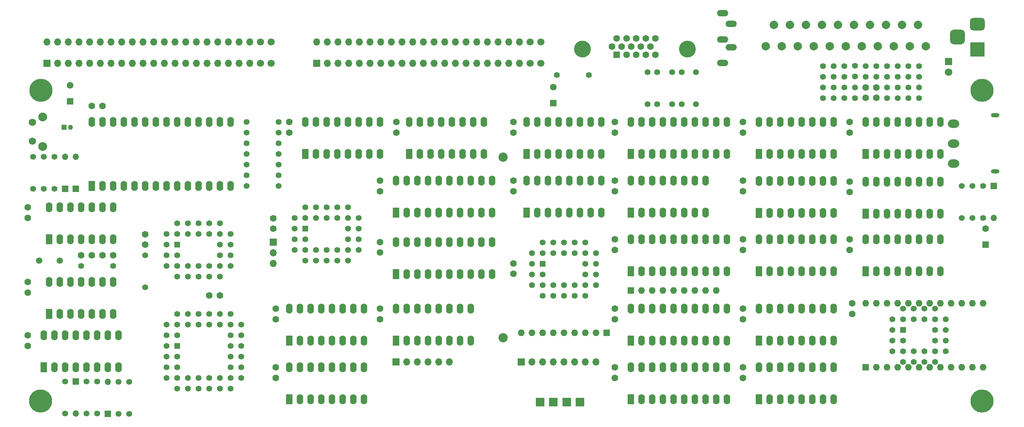
<source format=gbr>
%TF.GenerationSoftware,KiCad,Pcbnew,8.0.6*%
%TF.CreationDate,2025-01-18T12:45:16+00:00*%
%TF.ProjectId,v2b,7632622e-6b69-4636-9164-5f7063625858,rev?*%
%TF.SameCoordinates,Original*%
%TF.FileFunction,Soldermask,Top*%
%TF.FilePolarity,Negative*%
%FSLAX46Y46*%
G04 Gerber Fmt 4.6, Leading zero omitted, Abs format (unit mm)*
G04 Created by KiCad (PCBNEW 8.0.6) date 2025-01-18 12:45:16*
%MOMM*%
%LPD*%
G01*
G04 APERTURE LIST*
G04 Aperture macros list*
%AMRoundRect*
0 Rectangle with rounded corners*
0 $1 Rounding radius*
0 $2 $3 $4 $5 $6 $7 $8 $9 X,Y pos of 4 corners*
0 Add a 4 corners polygon primitive as box body*
4,1,4,$2,$3,$4,$5,$6,$7,$8,$9,$2,$3,0*
0 Add four circle primitives for the rounded corners*
1,1,$1+$1,$2,$3*
1,1,$1+$1,$4,$5*
1,1,$1+$1,$6,$7*
1,1,$1+$1,$8,$9*
0 Add four rect primitives between the rounded corners*
20,1,$1+$1,$2,$3,$4,$5,0*
20,1,$1+$1,$4,$5,$6,$7,0*
20,1,$1+$1,$6,$7,$8,$9,0*
20,1,$1+$1,$8,$9,$2,$3,0*%
G04 Aperture macros list end*
%ADD10C,1.600000*%
%ADD11R,1.600000X1.600000*%
%ADD12O,1.600000X1.600000*%
%ADD13R,1.422400X1.422400*%
%ADD14C,1.422400*%
%ADD15R,1.600000X2.400000*%
%ADD16O,1.600000X2.400000*%
%ADD17R,3.500000X3.500000*%
%ADD18RoundRect,0.750000X-1.000000X0.750000X-1.000000X-0.750000X1.000000X-0.750000X1.000000X0.750000X0*%
%ADD19RoundRect,0.875000X-0.875000X0.875000X-0.875000X-0.875000X0.875000X-0.875000X0.875000X0.875000X0*%
%ADD20C,4.000000*%
%ADD21C,1.400000*%
%ADD22R,1.200000X1.200000*%
%ADD23C,1.200000*%
%ADD24R,1.500000X1.500000*%
%ADD25O,1.500000X1.500000*%
%ADD26C,5.500000*%
%ADD27C,2.100000*%
%ADD28C,1.750000*%
%ADD29R,1.700000X1.700000*%
%ADD30O,1.700000X1.700000*%
%ADD31O,2.000000X1.000000*%
%ADD32O,2.700000X2.000000*%
%ADD33R,2.000000X2.000000*%
%ADD34C,1.998980*%
%ADD35C,2.200000*%
%ADD36R,1.800000X1.800000*%
%ADD37C,1.800000*%
%ADD38C,1.700000*%
%ADD39O,2.700000X1.500000*%
%ADD40C,1.500000*%
G04 APERTURE END LIST*
D10*
%TO.C,Cd11*%
X100965000Y-127020000D03*
X100965000Y-129520000D03*
%TD*%
D11*
%TO.C,U20*%
X241300000Y-127010000D03*
D12*
X243840000Y-127010000D03*
X246380000Y-127010000D03*
X248920000Y-127010000D03*
X251460000Y-127010000D03*
X254000000Y-127010000D03*
X256540000Y-127010000D03*
X259080000Y-127010000D03*
X261620000Y-127010000D03*
X264160000Y-127010000D03*
X266700000Y-127010000D03*
X269240000Y-127010000D03*
X269240000Y-111770000D03*
X266700000Y-111770000D03*
X264160000Y-111770000D03*
X261620000Y-111770000D03*
X259080000Y-111770000D03*
X256540000Y-111770000D03*
X254000000Y-111770000D03*
X251460000Y-111770000D03*
X248920000Y-111770000D03*
X246380000Y-111770000D03*
X243840000Y-111770000D03*
X241300000Y-111770000D03*
%TD*%
D13*
%TO.C,U5*%
X107950000Y-93980000D03*
D14*
X105410000Y-96520000D03*
X107950000Y-96520000D03*
X105410000Y-99060000D03*
X107950000Y-101600000D03*
X107950000Y-99060000D03*
X110490000Y-101600000D03*
X110490000Y-99060000D03*
X113030000Y-101600000D03*
X113030000Y-99060000D03*
X115570000Y-101600000D03*
X115570000Y-99060000D03*
X118110000Y-101600000D03*
X120650000Y-99060000D03*
X118110000Y-99060000D03*
X120650000Y-96520000D03*
X118110000Y-96520000D03*
X120650000Y-93980000D03*
X118110000Y-93980000D03*
X120650000Y-91440000D03*
X118110000Y-88900000D03*
X118110000Y-91440000D03*
X115570000Y-88900000D03*
X115570000Y-91440000D03*
X113030000Y-88900000D03*
X113030000Y-91440000D03*
X110490000Y-88900000D03*
X110490000Y-91440000D03*
X107950000Y-88900000D03*
X105410000Y-91440000D03*
X107950000Y-91440000D03*
X105410000Y-93980000D03*
%TD*%
D10*
%TO.C,Cd4*%
X125730000Y-97155000D03*
X125730000Y-99655000D03*
%TD*%
%TO.C,C5*%
X243840000Y-62825000D03*
X243840000Y-60325000D03*
%TD*%
%TO.C,Cd28*%
X212090000Y-82550000D03*
X212090000Y-85050000D03*
%TD*%
D15*
%TO.C,U19*%
X241300000Y-76200000D03*
D16*
X243840000Y-76200000D03*
X246380000Y-76200000D03*
X248920000Y-76200000D03*
X251460000Y-76200000D03*
X254000000Y-76200000D03*
X256540000Y-76200000D03*
X259080000Y-76200000D03*
X259080000Y-68580000D03*
X256540000Y-68580000D03*
X254000000Y-68580000D03*
X251460000Y-68580000D03*
X248920000Y-68580000D03*
X246380000Y-68580000D03*
X243840000Y-68580000D03*
X241300000Y-68580000D03*
%TD*%
D17*
%TO.C,J3*%
X267857500Y-51300000D03*
D18*
X267857500Y-45300000D03*
D19*
X263157500Y-48300000D03*
%TD*%
D20*
%TO.C,J7*%
X198890000Y-51181000D03*
X173890000Y-51181000D03*
D11*
X182075000Y-52601000D03*
D10*
X184365000Y-52601000D03*
X186655000Y-52601000D03*
X188945000Y-52601000D03*
X191235000Y-52601000D03*
X180930000Y-50621000D03*
X183220000Y-50621000D03*
X185510000Y-50621000D03*
X187800000Y-50621000D03*
X190090000Y-50621000D03*
X182075000Y-48641000D03*
X184365000Y-48641000D03*
X186655000Y-48641000D03*
X188945000Y-48641000D03*
X191235000Y-48641000D03*
%TD*%
D21*
%TO.C,R25*%
X236220000Y-55245000D03*
X236220000Y-57785000D03*
%TD*%
%TO.C,R10*%
X93980000Y-76200000D03*
X101600000Y-76200000D03*
%TD*%
D15*
%TO.C,U18*%
X241300000Y-90407000D03*
D16*
X243840000Y-90407000D03*
X246380000Y-90407000D03*
X248920000Y-90407000D03*
X251460000Y-90407000D03*
X254000000Y-90407000D03*
X256540000Y-90407000D03*
X259080000Y-90407000D03*
X259080000Y-82787000D03*
X256540000Y-82787000D03*
X254000000Y-82787000D03*
X251460000Y-82787000D03*
X248920000Y-82787000D03*
X246380000Y-82787000D03*
X243840000Y-82787000D03*
X241300000Y-82787000D03*
%TD*%
D10*
%TO.C,Cd32*%
X212090000Y-127000000D03*
X212090000Y-129500000D03*
%TD*%
D21*
%TO.C,R7*%
X54610000Y-102870000D03*
X62230000Y-102870000D03*
%TD*%
D22*
%TO.C,C1*%
X50570000Y-69850000D03*
D23*
X52070000Y-69850000D03*
%TD*%
D21*
%TO.C,R11*%
X93980000Y-73660000D03*
X101600000Y-73660000D03*
%TD*%
%TO.C,R16*%
X195240000Y-64372000D03*
X195240000Y-56752000D03*
%TD*%
%TO.C,R24*%
X233680000Y-55245000D03*
X233680000Y-57785000D03*
%TD*%
D11*
%TO.C,RN2*%
X179705000Y-118745000D03*
D12*
X177165000Y-118745000D03*
X174625000Y-118745000D03*
X172085000Y-118745000D03*
X169545000Y-118745000D03*
X167005000Y-118745000D03*
X164465000Y-118745000D03*
X161925000Y-118745000D03*
X159385000Y-118745000D03*
%TD*%
D21*
%TO.C,R9*%
X93980000Y-78740000D03*
X101600000Y-78740000D03*
%TD*%
D24*
%TO.C,D4*%
X53340000Y-84455000D03*
D25*
X53340000Y-76835000D03*
%TD*%
D26*
%TO.C,H2*%
X45000000Y-135000000D03*
%TD*%
D15*
%TO.C,U3*%
X104140000Y-134640000D03*
D16*
X106680000Y-134640000D03*
X109220000Y-134640000D03*
X111760000Y-134640000D03*
X114300000Y-134640000D03*
X116840000Y-134640000D03*
X119380000Y-134640000D03*
X121920000Y-134640000D03*
X121920000Y-127020000D03*
X119380000Y-127020000D03*
X116840000Y-127020000D03*
X114300000Y-127020000D03*
X111760000Y-127020000D03*
X109220000Y-127020000D03*
X106680000Y-127020000D03*
X104140000Y-127020000D03*
%TD*%
D15*
%TO.C,U16*%
X215900000Y-134620000D03*
D16*
X218440000Y-134620000D03*
X220980000Y-134620000D03*
X223520000Y-134620000D03*
X226060000Y-134620000D03*
X228600000Y-134620000D03*
X231140000Y-134620000D03*
X233680000Y-134620000D03*
X233680000Y-127000000D03*
X231140000Y-127000000D03*
X228600000Y-127000000D03*
X226060000Y-127000000D03*
X223520000Y-127000000D03*
X220980000Y-127000000D03*
X218440000Y-127000000D03*
X215900000Y-127000000D03*
%TD*%
D21*
%TO.C,R39*%
X167808000Y-57387000D03*
X175428000Y-57387000D03*
%TD*%
%TO.C,R34*%
X248920000Y-55295000D03*
X248920000Y-57835000D03*
%TD*%
D10*
%TO.C,C3*%
X62190000Y-100330000D03*
X59690000Y-100330000D03*
%TD*%
D15*
%TO.C,U7*%
X160655000Y-76200000D03*
D16*
X163195000Y-76200000D03*
X165735000Y-76200000D03*
X168275000Y-76200000D03*
X170815000Y-76200000D03*
X173355000Y-76200000D03*
X175895000Y-76200000D03*
X178435000Y-76200000D03*
X178435000Y-68580000D03*
X175895000Y-68580000D03*
X173355000Y-68580000D03*
X170815000Y-68580000D03*
X168275000Y-68580000D03*
X165735000Y-68580000D03*
X163195000Y-68580000D03*
X160655000Y-68580000D03*
%TD*%
D21*
%TO.C,R2*%
X101600000Y-83820000D03*
X93980000Y-83820000D03*
%TD*%
D27*
%TO.C,SW1*%
X45466000Y-74422000D03*
X45466000Y-67412000D03*
D28*
X42976000Y-73172000D03*
X42976000Y-68672000D03*
%TD*%
D15*
%TO.C,U2*%
X46990000Y-96520000D03*
D16*
X49530000Y-96520000D03*
X52070000Y-96520000D03*
X54610000Y-96520000D03*
X57150000Y-96520000D03*
X59690000Y-96520000D03*
X62230000Y-96520000D03*
X62230000Y-88900000D03*
X59690000Y-88900000D03*
X57150000Y-88900000D03*
X54610000Y-88900000D03*
X52070000Y-88900000D03*
X49530000Y-88900000D03*
X46990000Y-88900000D03*
%TD*%
D21*
%TO.C,R22*%
X238760000Y-60325000D03*
X238760000Y-62865000D03*
%TD*%
%TO.C,R5*%
X45720000Y-76835000D03*
X45720000Y-84455000D03*
%TD*%
D29*
%TO.C,J2*%
X159385000Y-125730000D03*
D30*
X161925000Y-125730000D03*
X164465000Y-125730000D03*
X167005000Y-125730000D03*
X169545000Y-125730000D03*
X172085000Y-125730000D03*
X174625000Y-125730000D03*
X177165000Y-125730000D03*
%TD*%
D21*
%TO.C,R15*%
X191684000Y-64372000D03*
X191684000Y-56752000D03*
%TD*%
%TO.C,R6*%
X48260000Y-76835000D03*
X48260000Y-84455000D03*
%TD*%
%TO.C,R32*%
X254000000Y-55295000D03*
X254000000Y-57835000D03*
%TD*%
D31*
%TO.C,SW2*%
X272155000Y-80310000D03*
X272155000Y-67010000D03*
D32*
X262255000Y-78510000D03*
X262255000Y-73710000D03*
X262255000Y-69010000D03*
%TD*%
D21*
%TO.C,R38*%
X266700000Y-91440000D03*
X266700000Y-83820000D03*
%TD*%
D10*
%TO.C,Cd27*%
X41910000Y-88900000D03*
X41910000Y-91400000D03*
%TD*%
D21*
%TO.C,R21*%
X236220000Y-60325000D03*
X236220000Y-62865000D03*
%TD*%
D10*
%TO.C,Cd1*%
X181610000Y-113030000D03*
X181610000Y-115530000D03*
%TD*%
D21*
%TO.C,R3*%
X58420000Y-130412000D03*
X58420000Y-138032000D03*
%TD*%
D15*
%TO.C,U15*%
X185420000Y-76200000D03*
D16*
X187960000Y-76200000D03*
X190500000Y-76200000D03*
X193040000Y-76200000D03*
X195580000Y-76200000D03*
X198120000Y-76200000D03*
X200660000Y-76200000D03*
X203200000Y-76200000D03*
X205740000Y-76200000D03*
X208280000Y-76200000D03*
X208280000Y-68580000D03*
X205740000Y-68580000D03*
X203200000Y-68580000D03*
X200660000Y-68580000D03*
X198120000Y-68580000D03*
X195580000Y-68580000D03*
X193040000Y-68580000D03*
X190500000Y-68580000D03*
X187960000Y-68580000D03*
X185420000Y-68580000D03*
%TD*%
D10*
%TO.C,Cd15*%
X41910000Y-119380000D03*
X41910000Y-121880000D03*
%TD*%
%TO.C,Cd30*%
X212090000Y-68580000D03*
X212090000Y-71080000D03*
%TD*%
D15*
%TO.C,U17*%
X241300000Y-104140000D03*
D16*
X243840000Y-104140000D03*
X246380000Y-104140000D03*
X248920000Y-104140000D03*
X251460000Y-104140000D03*
X254000000Y-104140000D03*
X256540000Y-104140000D03*
X259080000Y-104140000D03*
X259080000Y-96520000D03*
X256540000Y-96520000D03*
X254000000Y-96520000D03*
X251460000Y-96520000D03*
X248920000Y-96520000D03*
X246380000Y-96520000D03*
X243840000Y-96520000D03*
X241300000Y-96520000D03*
%TD*%
D10*
%TO.C,C2*%
X54610000Y-100330000D03*
X57110000Y-100330000D03*
%TD*%
%TO.C,Cd9*%
X212090000Y-96520000D03*
X212090000Y-99020000D03*
%TD*%
%TO.C,Cd29*%
X157480000Y-68580000D03*
X157480000Y-71080000D03*
%TD*%
D21*
%TO.C,R1*%
X55880000Y-130412000D03*
X55880000Y-138032000D03*
%TD*%
%TO.C,R28*%
X254000000Y-60375000D03*
X254000000Y-62915000D03*
%TD*%
D10*
%TO.C,Cd19*%
X104140000Y-68580000D03*
X104140000Y-71080000D03*
%TD*%
D21*
%TO.C,R14*%
X189398000Y-64372000D03*
X189398000Y-56752000D03*
%TD*%
D10*
%TO.C,Cd2*%
X181610000Y-127000000D03*
X181610000Y-129500000D03*
%TD*%
D15*
%TO.C,U32*%
X129540000Y-104775000D03*
D16*
X132080000Y-104775000D03*
X134620000Y-104775000D03*
X137160000Y-104775000D03*
X139700000Y-104775000D03*
X142240000Y-104775000D03*
X144780000Y-104775000D03*
X147320000Y-104775000D03*
X149860000Y-104775000D03*
X152400000Y-104775000D03*
X152400000Y-97155000D03*
X149860000Y-97155000D03*
X147320000Y-97155000D03*
X144780000Y-97155000D03*
X142240000Y-97155000D03*
X139700000Y-97155000D03*
X137160000Y-97155000D03*
X134620000Y-97155000D03*
X132080000Y-97155000D03*
X129540000Y-97155000D03*
%TD*%
D11*
%TO.C,C7*%
X167005000Y-64047380D03*
D10*
X167005000Y-60237380D03*
%TD*%
%TO.C,Cd13*%
X41910000Y-106680000D03*
X41910000Y-109180000D03*
%TD*%
D11*
%TO.C,C6*%
X269875000Y-97790000D03*
D10*
X269875000Y-93980000D03*
%TD*%
D24*
%TO.C,D1*%
X53340000Y-130412000D03*
D25*
X53340000Y-138032000D03*
%TD*%
D15*
%TO.C,U24*%
X215900000Y-90270000D03*
D16*
X218440000Y-90270000D03*
X220980000Y-90270000D03*
X223520000Y-90270000D03*
X226060000Y-90270000D03*
X228600000Y-90270000D03*
X231140000Y-90270000D03*
X233680000Y-90270000D03*
X233680000Y-82650000D03*
X231140000Y-82650000D03*
X228600000Y-82650000D03*
X226060000Y-82650000D03*
X223520000Y-82650000D03*
X220980000Y-82650000D03*
X218440000Y-82650000D03*
X215900000Y-82650000D03*
%TD*%
D15*
%TO.C,U14*%
X185420000Y-90170000D03*
D16*
X187960000Y-90170000D03*
X190500000Y-90170000D03*
X193040000Y-90170000D03*
X195580000Y-90170000D03*
X198120000Y-90170000D03*
X200660000Y-90170000D03*
X203200000Y-90170000D03*
X203200000Y-82550000D03*
X200660000Y-82550000D03*
X198120000Y-82550000D03*
X195580000Y-82550000D03*
X193040000Y-82550000D03*
X190500000Y-82550000D03*
X187960000Y-82550000D03*
X185420000Y-82550000D03*
%TD*%
D29*
%TO.C,J9*%
X100330000Y-97155000D03*
D30*
X100330000Y-99695000D03*
X100330000Y-102235000D03*
%TD*%
D33*
%TO.C,TP3*%
X167005000Y-135255000D03*
%TD*%
D21*
%TO.C,R36*%
X243840000Y-55295000D03*
X243840000Y-57835000D03*
%TD*%
D11*
%TO.C,RN1*%
X185420000Y-108685000D03*
D12*
X187960000Y-108685000D03*
X190500000Y-108685000D03*
X193040000Y-108685000D03*
X195580000Y-108685000D03*
X198120000Y-108685000D03*
X200660000Y-108685000D03*
X203200000Y-108685000D03*
X205740000Y-108685000D03*
%TD*%
D26*
%TO.C,H4*%
X269000000Y-135000000D03*
%TD*%
D21*
%TO.C,R29*%
X251460000Y-60375000D03*
X251460000Y-62915000D03*
%TD*%
D10*
%TO.C,Cd20*%
X238125000Y-111780000D03*
X238125000Y-114280000D03*
%TD*%
D21*
%TO.C,R44*%
X66040000Y-130429000D03*
X66040000Y-138049000D03*
%TD*%
D13*
%TO.C,U21*%
X250190000Y-118110000D03*
D14*
X247650000Y-120650000D03*
X250190000Y-120650000D03*
X247650000Y-123190000D03*
X250190000Y-125730000D03*
X250190000Y-123190000D03*
X252730000Y-125730000D03*
X252730000Y-123190000D03*
X255270000Y-125730000D03*
X255270000Y-123190000D03*
X257810000Y-125730000D03*
X260350000Y-123190000D03*
X257810000Y-123190000D03*
X260350000Y-120650000D03*
X257810000Y-120650000D03*
X260350000Y-118110000D03*
X257810000Y-118110000D03*
X260350000Y-115570000D03*
X257810000Y-113030000D03*
X257810000Y-115570000D03*
X255270000Y-113030000D03*
X255270000Y-115570000D03*
X252730000Y-113030000D03*
X252730000Y-115570000D03*
X250190000Y-113030000D03*
X247650000Y-115570000D03*
X250190000Y-115570000D03*
X247650000Y-118110000D03*
%TD*%
D26*
%TO.C,H3*%
X269030000Y-61000000D03*
%TD*%
D10*
%TO.C,C4*%
X241300000Y-62825000D03*
X241300000Y-60325000D03*
%TD*%
D21*
%TO.C,R37*%
X69850000Y-107950000D03*
X69850000Y-100330000D03*
%TD*%
D24*
%TO.C,D2*%
X60960000Y-138049000D03*
D25*
X60960000Y-130429000D03*
%TD*%
D15*
%TO.C,U23*%
X215900000Y-104140000D03*
D16*
X218440000Y-104140000D03*
X220980000Y-104140000D03*
X223520000Y-104140000D03*
X226060000Y-104140000D03*
X228600000Y-104140000D03*
X231140000Y-104140000D03*
X233680000Y-104140000D03*
X233680000Y-96520000D03*
X231140000Y-96520000D03*
X228600000Y-96520000D03*
X226060000Y-96520000D03*
X223520000Y-96520000D03*
X220980000Y-96520000D03*
X218440000Y-96520000D03*
X215900000Y-96520000D03*
%TD*%
D10*
%TO.C,Cd31*%
X100330000Y-93980000D03*
X100330000Y-91480000D03*
%TD*%
D21*
%TO.C,R41*%
X264160000Y-91440000D03*
X264160000Y-83820000D03*
%TD*%
D11*
%TO.C,C8*%
X52000000Y-63635000D03*
D10*
X52000000Y-59825000D03*
%TD*%
D15*
%TO.C,U28*%
X57150000Y-83820000D03*
D16*
X59690000Y-83820000D03*
X62230000Y-83820000D03*
X64770000Y-83820000D03*
X67310000Y-83820000D03*
X69850000Y-83820000D03*
X72390000Y-83820000D03*
X74930000Y-83820000D03*
X77470000Y-83820000D03*
X80010000Y-83820000D03*
X82550000Y-83820000D03*
X85090000Y-83820000D03*
X87630000Y-83820000D03*
X90170000Y-83820000D03*
X90170000Y-68580000D03*
X87630000Y-68580000D03*
X85090000Y-68580000D03*
X82550000Y-68580000D03*
X80010000Y-68580000D03*
X77470000Y-68580000D03*
X74930000Y-68580000D03*
X72390000Y-68580000D03*
X69850000Y-68580000D03*
X67310000Y-68580000D03*
X64770000Y-68580000D03*
X62230000Y-68580000D03*
X59690000Y-68580000D03*
X57150000Y-68580000D03*
%TD*%
D15*
%TO.C,U10*%
X107950000Y-76200000D03*
D16*
X110490000Y-76200000D03*
X113030000Y-76200000D03*
X115570000Y-76200000D03*
X118110000Y-76200000D03*
X120650000Y-76200000D03*
X123190000Y-76200000D03*
X125730000Y-76200000D03*
X125730000Y-68580000D03*
X123190000Y-68580000D03*
X120650000Y-68580000D03*
X118110000Y-68580000D03*
X115570000Y-68580000D03*
X113030000Y-68580000D03*
X110490000Y-68580000D03*
X107950000Y-68580000D03*
%TD*%
D10*
%TO.C,Cd25*%
X125730000Y-113030000D03*
X125730000Y-115530000D03*
%TD*%
D21*
%TO.C,R43*%
X63500000Y-130450000D03*
X63500000Y-138070000D03*
%TD*%
D34*
%TO.C,J4*%
X217513000Y-50559640D03*
X219418000Y-45479640D03*
X221323000Y-50559640D03*
X223228000Y-45479640D03*
X225133000Y-50559640D03*
X227038000Y-45479640D03*
X228943000Y-50559640D03*
X230848000Y-45479640D03*
X232753000Y-50559640D03*
X234658000Y-45479640D03*
X236563000Y-50559640D03*
X238468000Y-45479640D03*
X240373000Y-50559640D03*
X242278000Y-45479640D03*
X244183000Y-50559640D03*
X246088000Y-45479640D03*
X247993000Y-50559640D03*
X249898000Y-45479640D03*
X251803000Y-50559640D03*
X253708000Y-45479640D03*
X255613000Y-50559640D03*
%TD*%
D13*
%TO.C,U8*%
X164465000Y-102335000D03*
D14*
X161925000Y-104875000D03*
X164465000Y-104875000D03*
X161925000Y-107415000D03*
X164465000Y-109955000D03*
X164465000Y-107415000D03*
X167005000Y-109955000D03*
X167005000Y-107415000D03*
X169545000Y-109955000D03*
X169545000Y-107415000D03*
X172085000Y-109955000D03*
X172085000Y-107415000D03*
X174625000Y-109955000D03*
X177165000Y-107415000D03*
X174625000Y-107415000D03*
X177165000Y-104875000D03*
X174625000Y-104875000D03*
X177165000Y-102335000D03*
X174625000Y-102335000D03*
X177165000Y-99795000D03*
X174625000Y-97255000D03*
X174625000Y-99795000D03*
X172085000Y-97255000D03*
X172085000Y-99795000D03*
X169545000Y-97255000D03*
X169545000Y-99795000D03*
X167005000Y-97255000D03*
X167005000Y-99795000D03*
X164465000Y-97255000D03*
X161925000Y-99795000D03*
X164465000Y-99795000D03*
X161925000Y-102335000D03*
%TD*%
D15*
%TO.C,U22*%
X215900000Y-120650000D03*
D16*
X218440000Y-120650000D03*
X220980000Y-120650000D03*
X223520000Y-120650000D03*
X226060000Y-120650000D03*
X228600000Y-120650000D03*
X231140000Y-120650000D03*
X233680000Y-120650000D03*
X233680000Y-113030000D03*
X231140000Y-113030000D03*
X228600000Y-113030000D03*
X226060000Y-113030000D03*
X223520000Y-113030000D03*
X220980000Y-113030000D03*
X218440000Y-113030000D03*
X215900000Y-113030000D03*
%TD*%
D15*
%TO.C,U26*%
X46990000Y-114300000D03*
D16*
X49530000Y-114300000D03*
X52070000Y-114300000D03*
X54610000Y-114300000D03*
X57150000Y-114300000D03*
X59690000Y-114300000D03*
X62230000Y-114300000D03*
X62230000Y-106680000D03*
X59690000Y-106680000D03*
X57150000Y-106680000D03*
X54610000Y-106680000D03*
X52070000Y-106680000D03*
X49530000Y-106680000D03*
X46990000Y-106680000D03*
%TD*%
D13*
%TO.C,U1*%
X77470000Y-121920000D03*
D14*
X74930000Y-124460000D03*
X77470000Y-124460000D03*
X74930000Y-127000000D03*
X77470000Y-127000000D03*
X74930000Y-129540000D03*
X77470000Y-132080000D03*
X77470000Y-129540000D03*
X80010000Y-132080000D03*
X80010000Y-129540000D03*
X82550000Y-132080000D03*
X82550000Y-129540000D03*
X85090000Y-132080000D03*
X85090000Y-129540000D03*
X87630000Y-132080000D03*
X87630000Y-129540000D03*
X90170000Y-132080000D03*
X92710000Y-129540000D03*
X90170000Y-129540000D03*
X92710000Y-127000000D03*
X90170000Y-127000000D03*
X92710000Y-124460000D03*
X90170000Y-124460000D03*
X92710000Y-121920000D03*
X90170000Y-121920000D03*
X92710000Y-119380000D03*
X90170000Y-119380000D03*
X92710000Y-116840000D03*
X90170000Y-114300000D03*
X90170000Y-116840000D03*
X87630000Y-114300000D03*
X87630000Y-116840000D03*
X85090000Y-114300000D03*
X85090000Y-116840000D03*
X82550000Y-114300000D03*
X82550000Y-116840000D03*
X80010000Y-114300000D03*
X80010000Y-116840000D03*
X77470000Y-114300000D03*
X74930000Y-116840000D03*
X77470000Y-116840000D03*
X74930000Y-119380000D03*
X77470000Y-119380000D03*
X74930000Y-121920000D03*
%TD*%
D35*
%TO.C,H6*%
X155000000Y-120000000D03*
%TD*%
D30*
%TO.C,J1*%
X142240000Y-125730000D03*
X139700000Y-125730000D03*
X137160000Y-125730000D03*
X134620000Y-125730000D03*
X132080000Y-125730000D03*
D29*
X129540000Y-125730000D03*
%TD*%
D36*
%TO.C,D3*%
X261030000Y-54225000D03*
D37*
X261030000Y-56765000D03*
%TD*%
D16*
%TO.C,U31*%
X185420000Y-127000000D03*
X187960000Y-127000000D03*
X190500000Y-127000000D03*
X193040000Y-127000000D03*
X195580000Y-127000000D03*
X198120000Y-127000000D03*
X200660000Y-127000000D03*
X203200000Y-127000000D03*
X205740000Y-127000000D03*
X208280000Y-127000000D03*
X208280000Y-134620000D03*
X205740000Y-134620000D03*
X203200000Y-134620000D03*
X200660000Y-134620000D03*
X198120000Y-134620000D03*
X195580000Y-134620000D03*
X193040000Y-134620000D03*
X190500000Y-134620000D03*
X187960000Y-134620000D03*
D15*
X185420000Y-134620000D03*
%TD*%
D21*
%TO.C,R35*%
X246380000Y-55295000D03*
X246380000Y-57835000D03*
%TD*%
%TO.C,R12*%
X93980000Y-71120000D03*
X101600000Y-71120000D03*
%TD*%
%TO.C,R17*%
X197526000Y-64372000D03*
X197526000Y-56752000D03*
%TD*%
%TO.C,R20*%
X233721000Y-60325000D03*
X233721000Y-62865000D03*
%TD*%
D13*
%TO.C,U29*%
X77470000Y-97790000D03*
D14*
X74930000Y-100330000D03*
X77470000Y-100330000D03*
X74930000Y-102870000D03*
X77470000Y-105410000D03*
X77470000Y-102870000D03*
X80010000Y-105410000D03*
X80010000Y-102870000D03*
X82550000Y-105410000D03*
X82550000Y-102870000D03*
X85090000Y-105410000D03*
X85090000Y-102870000D03*
X87630000Y-105410000D03*
X90170000Y-102870000D03*
X87630000Y-102870000D03*
X90170000Y-100330000D03*
X87630000Y-100330000D03*
X90170000Y-97790000D03*
X87630000Y-97790000D03*
X90170000Y-95250000D03*
X87630000Y-92710000D03*
X87630000Y-95250000D03*
X85090000Y-92710000D03*
X85090000Y-95250000D03*
X82550000Y-92710000D03*
X82550000Y-95250000D03*
X80010000Y-92710000D03*
X80010000Y-95250000D03*
X77470000Y-92710000D03*
X74930000Y-95250000D03*
X77470000Y-95250000D03*
X74930000Y-97790000D03*
%TD*%
D10*
%TO.C,Cd26*%
X181610000Y-96520000D03*
X181610000Y-99020000D03*
%TD*%
D15*
%TO.C,U30*%
X129518000Y-120650000D03*
D16*
X132058000Y-120650000D03*
X134598000Y-120650000D03*
X137138000Y-120650000D03*
X139678000Y-120650000D03*
X142218000Y-120650000D03*
X144758000Y-120650000D03*
X147298000Y-120650000D03*
X147298000Y-113030000D03*
X144758000Y-113030000D03*
X142218000Y-113030000D03*
X139678000Y-113030000D03*
X137138000Y-113030000D03*
X134598000Y-113030000D03*
X132058000Y-113030000D03*
X129518000Y-113030000D03*
%TD*%
D29*
%TO.C,J6*%
X110648000Y-54610000D03*
D30*
X110648000Y-49530000D03*
X113188000Y-54610000D03*
X113188000Y-49530000D03*
X115728000Y-54610000D03*
X115728000Y-49530000D03*
X118268000Y-54610000D03*
X118268000Y-49530000D03*
X120808000Y-54610000D03*
X120808000Y-49530000D03*
X123348000Y-54610000D03*
X123348000Y-49530000D03*
X125888000Y-54610000D03*
X125888000Y-49530000D03*
X128428000Y-54610000D03*
X128428000Y-49530000D03*
X130968000Y-54610000D03*
X130968000Y-49530000D03*
X133508000Y-54610000D03*
X133508000Y-49530000D03*
X136048000Y-54610000D03*
X136048000Y-49530000D03*
X138588000Y-54610000D03*
X138588000Y-49530000D03*
X141128000Y-54610000D03*
X141128000Y-49530000D03*
X143668000Y-54610000D03*
X143668000Y-49530000D03*
X146208000Y-54610000D03*
X146208000Y-49530000D03*
X148748000Y-54610000D03*
X148748000Y-49530000D03*
X151288000Y-54610000D03*
X151288000Y-49530000D03*
X153828000Y-54610000D03*
X153828000Y-49530000D03*
X156368000Y-54610000D03*
X156368000Y-49530000D03*
X158908000Y-54610000D03*
X158908000Y-49530000D03*
D38*
X161448000Y-54610000D03*
X161448000Y-49530000D03*
X163988000Y-54610000D03*
X163988000Y-49530000D03*
%TD*%
D10*
%TO.C,Cd16*%
X212090000Y-113030000D03*
X212090000Y-115530000D03*
%TD*%
D21*
%TO.C,R40*%
X269240000Y-83820000D03*
X269240000Y-91440000D03*
%TD*%
D10*
%TO.C,Cd14*%
X85090000Y-109855000D03*
X87590000Y-109855000D03*
%TD*%
D15*
%TO.C,U4*%
X104140000Y-120650000D03*
D16*
X106680000Y-120650000D03*
X109220000Y-120650000D03*
X111760000Y-120650000D03*
X114300000Y-120650000D03*
X116840000Y-120650000D03*
X119380000Y-120650000D03*
X121920000Y-120650000D03*
X121920000Y-113030000D03*
X119380000Y-113030000D03*
X116840000Y-113030000D03*
X114300000Y-113030000D03*
X111760000Y-113030000D03*
X109220000Y-113030000D03*
X106680000Y-113030000D03*
X104140000Y-113030000D03*
%TD*%
D10*
%TO.C,Cd10*%
X69850000Y-97790000D03*
X69850000Y-95290000D03*
%TD*%
%TO.C,Cd17*%
X181610000Y-82550000D03*
X181610000Y-85050000D03*
%TD*%
D21*
%TO.C,R13*%
X93980000Y-68580000D03*
X101600000Y-68580000D03*
%TD*%
D33*
%TO.C,TP1*%
X163830000Y-135255000D03*
%TD*%
D10*
%TO.C,Cd6*%
X157480000Y-102235000D03*
X157480000Y-104735000D03*
%TD*%
D21*
%TO.C,R33*%
X251460000Y-55295000D03*
X251460000Y-57835000D03*
%TD*%
D15*
%TO.C,U25*%
X215900000Y-76200000D03*
D16*
X218440000Y-76200000D03*
X220980000Y-76200000D03*
X223520000Y-76200000D03*
X226060000Y-76200000D03*
X228600000Y-76200000D03*
X231140000Y-76200000D03*
X233680000Y-76200000D03*
X233680000Y-68580000D03*
X231140000Y-68580000D03*
X228600000Y-68580000D03*
X226060000Y-68580000D03*
X223520000Y-68580000D03*
X220980000Y-68580000D03*
X218440000Y-68580000D03*
X215900000Y-68580000D03*
%TD*%
D15*
%TO.C,U12*%
X185420000Y-104140000D03*
D16*
X187960000Y-104140000D03*
X190500000Y-104140000D03*
X193040000Y-104140000D03*
X195580000Y-104140000D03*
X198120000Y-104140000D03*
X200660000Y-104140000D03*
X203200000Y-104140000D03*
X205740000Y-104140000D03*
X208280000Y-104140000D03*
X208280000Y-96520000D03*
X205740000Y-96520000D03*
X203200000Y-96520000D03*
X200660000Y-96520000D03*
X198120000Y-96520000D03*
X195580000Y-96520000D03*
X193040000Y-96520000D03*
X190500000Y-96520000D03*
X187960000Y-96520000D03*
X185420000Y-96520000D03*
%TD*%
D21*
%TO.C,R31*%
X246380000Y-60375000D03*
X246380000Y-62915000D03*
%TD*%
D39*
%TO.C,J8*%
X209264000Y-50800000D03*
X207264000Y-48900000D03*
X207264000Y-42700000D03*
X209264000Y-45200000D03*
X207264000Y-54500000D03*
%TD*%
D21*
%TO.C,R23*%
X231140000Y-55245000D03*
X231140000Y-57785000D03*
%TD*%
D29*
%TO.C,J5*%
X46523000Y-54610000D03*
D30*
X46523000Y-49530000D03*
X49063000Y-54610000D03*
X49063000Y-49530000D03*
X51603000Y-54610000D03*
X51603000Y-49530000D03*
X54143000Y-54610000D03*
X54143000Y-49530000D03*
X56683000Y-54610000D03*
X56683000Y-49530000D03*
X59223000Y-54610000D03*
X59223000Y-49530000D03*
X61763000Y-54610000D03*
X61763000Y-49530000D03*
X64303000Y-54610000D03*
X64303000Y-49530000D03*
X66843000Y-54610000D03*
X66843000Y-49530000D03*
X69383000Y-54610000D03*
X69383000Y-49530000D03*
X71923000Y-54610000D03*
X71923000Y-49530000D03*
X74463000Y-54610000D03*
X74463000Y-49530000D03*
X77003000Y-54610000D03*
X77003000Y-49530000D03*
X79543000Y-54610000D03*
X79543000Y-49530000D03*
X82083000Y-54610000D03*
X82083000Y-49530000D03*
X84623000Y-54610000D03*
X84623000Y-49530000D03*
X87163000Y-54610000D03*
X87163000Y-49530000D03*
X89703000Y-54610000D03*
X89703000Y-49530000D03*
X92243000Y-54610000D03*
X92243000Y-49530000D03*
X94783000Y-54610000D03*
X94783000Y-49530000D03*
D38*
X97323000Y-54610000D03*
X97323000Y-49530000D03*
X99863000Y-54610000D03*
X99863000Y-49530000D03*
%TD*%
D21*
%TO.C,R27*%
X241300000Y-55245000D03*
X241300000Y-57785000D03*
%TD*%
D15*
%TO.C,U27*%
X45720000Y-127000000D03*
D16*
X48260000Y-127000000D03*
X50800000Y-127000000D03*
X53340000Y-127000000D03*
X55880000Y-127000000D03*
X58420000Y-127000000D03*
X60960000Y-127000000D03*
X63500000Y-127000000D03*
X63500000Y-119380000D03*
X60960000Y-119380000D03*
X58420000Y-119380000D03*
X55880000Y-119380000D03*
X53340000Y-119380000D03*
X50800000Y-119380000D03*
X48260000Y-119380000D03*
X45720000Y-119380000D03*
%TD*%
D33*
%TO.C,TP4*%
X170180000Y-135255000D03*
%TD*%
D21*
%TO.C,R30*%
X248920000Y-60375000D03*
X248920000Y-62915000D03*
%TD*%
D35*
%TO.C,H5*%
X155000000Y-77000000D03*
%TD*%
D10*
%TO.C,Cd23*%
X237490000Y-68580000D03*
X237490000Y-71080000D03*
%TD*%
D33*
%TO.C,TP2*%
X173355000Y-135255000D03*
%TD*%
D10*
%TO.C,Cd7*%
X125730000Y-82550000D03*
X125730000Y-85050000D03*
%TD*%
%TO.C,Cd8*%
X100965000Y-113030000D03*
X100965000Y-115530000D03*
%TD*%
D26*
%TO.C,H1*%
X45030000Y-61000000D03*
%TD*%
D10*
%TO.C,Cd22*%
X237510000Y-96520000D03*
X237510000Y-99020000D03*
%TD*%
D21*
%TO.C,R18*%
X200945000Y-64372000D03*
X200945000Y-56752000D03*
%TD*%
D10*
%TO.C,Cd3*%
X157480000Y-82550000D03*
X157480000Y-85050000D03*
%TD*%
%TO.C,Cd24*%
X237490000Y-82787000D03*
X237490000Y-85287000D03*
%TD*%
%TO.C,Cd5*%
X129645000Y-68580000D03*
X129645000Y-71080000D03*
%TD*%
D21*
%TO.C,R8*%
X93980000Y-81280000D03*
X101600000Y-81280000D03*
%TD*%
%TO.C,R42*%
X50800000Y-130412000D03*
X50800000Y-138032000D03*
%TD*%
%TO.C,R19*%
X231140000Y-60325000D03*
X231140000Y-62865000D03*
%TD*%
%TO.C,R4*%
X43180000Y-76835000D03*
X43180000Y-84455000D03*
%TD*%
D40*
%TO.C,Y1*%
X49530000Y-101600000D03*
X44650000Y-101600000D03*
%TD*%
D15*
%TO.C,U9*%
X185420000Y-120650000D03*
D16*
X187960000Y-120650000D03*
X190500000Y-120650000D03*
X193040000Y-120650000D03*
X195580000Y-120650000D03*
X198120000Y-120650000D03*
X200660000Y-120650000D03*
X203200000Y-120650000D03*
X205740000Y-120650000D03*
X208280000Y-120650000D03*
X208280000Y-113030000D03*
X205740000Y-113030000D03*
X203200000Y-113030000D03*
X200660000Y-113030000D03*
X198120000Y-113030000D03*
X195580000Y-113030000D03*
X193040000Y-113030000D03*
X190500000Y-113030000D03*
X187960000Y-113030000D03*
X185420000Y-113030000D03*
%TD*%
D10*
%TO.C,Cd12*%
X181610000Y-68580000D03*
X181610000Y-71080000D03*
%TD*%
D15*
%TO.C,U13*%
X160655000Y-90170000D03*
D16*
X163195000Y-90170000D03*
X165735000Y-90170000D03*
X168275000Y-90170000D03*
X170815000Y-90170000D03*
X173355000Y-90170000D03*
X175895000Y-90170000D03*
X178435000Y-90170000D03*
X178435000Y-82550000D03*
X175895000Y-82550000D03*
X173355000Y-82550000D03*
X170815000Y-82550000D03*
X168275000Y-82550000D03*
X165735000Y-82550000D03*
X163195000Y-82550000D03*
X160655000Y-82550000D03*
%TD*%
D24*
%TO.C,D6*%
X271780000Y-83820000D03*
D25*
X271780000Y-91440000D03*
%TD*%
D24*
%TO.C,D5*%
X50800000Y-84455000D03*
D25*
X50800000Y-76835000D03*
%TD*%
D21*
%TO.C,R26*%
X238760000Y-55240000D03*
X238760000Y-57780000D03*
%TD*%
D10*
%TO.C,Cd18*%
X57150000Y-64770000D03*
X59650000Y-64770000D03*
%TD*%
D15*
%TO.C,U11*%
X132693000Y-76200000D03*
D16*
X135233000Y-76200000D03*
X137773000Y-76200000D03*
X140313000Y-76200000D03*
X142853000Y-76200000D03*
X145393000Y-76200000D03*
X147933000Y-76200000D03*
X150473000Y-76200000D03*
X150473000Y-68580000D03*
X147933000Y-68580000D03*
X145393000Y-68580000D03*
X142853000Y-68580000D03*
X140313000Y-68580000D03*
X137773000Y-68580000D03*
X135233000Y-68580000D03*
X132693000Y-68580000D03*
%TD*%
D15*
%TO.C,U6*%
X129540000Y-90170000D03*
D16*
X132080000Y-90170000D03*
X134620000Y-90170000D03*
X137160000Y-90170000D03*
X139700000Y-90170000D03*
X142240000Y-90170000D03*
X144780000Y-90170000D03*
X147320000Y-90170000D03*
X149860000Y-90170000D03*
X152400000Y-90170000D03*
X152400000Y-82550000D03*
X149860000Y-82550000D03*
X147320000Y-82550000D03*
X144780000Y-82550000D03*
X142240000Y-82550000D03*
X139700000Y-82550000D03*
X137160000Y-82550000D03*
X134620000Y-82550000D03*
X132080000Y-82550000D03*
X129540000Y-82550000D03*
%TD*%
M02*

</source>
